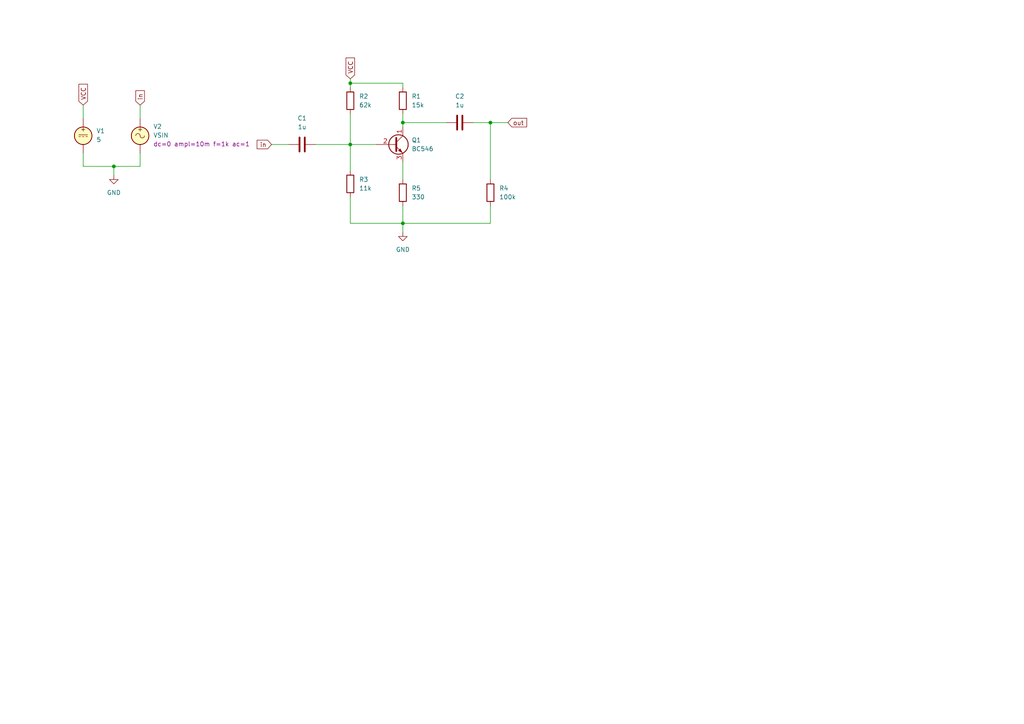
<source format=kicad_sch>
(kicad_sch (version 20231120) (generator "eeschema") (generator_version "8.0")
  (paper "A4")
  (lib_symbols
    (symbol "Device:C" (pin_numbers hide) (pin_names (offset 0.254))
      (property "Reference" "C" (at 0.635 2.54 0))
      (property "Value" "C" (at 0.635 -2.54 0))
      (symbol "C_0_1"
        (polyline (pts (xy -2.032 -0.762) (xy 2.032 -0.762)) (stroke (width 0.508)))
        (polyline (pts (xy -2.032 0.762) (xy 2.032 0.762)) (stroke (width 0.508)))
      )
      (symbol "C_1_1"
        (pin passive line (at 0 3.81 270) (length 2.794) (name "~") (number "1"))
        (pin passive line (at 0 -3.81 90) (length 2.794) (name "~") (number "2"))
      )
    )
    (symbol "Device:R" (pin_numbers hide) (pin_names (offset 0))
      (property "Reference" "R" (at 2.032 0 90))
      (property "Value" "R" (at 0 0 90))
      (symbol "R_0_1"
        (rectangle (start -1.016 -2.54) (end 1.016 2.54) (stroke (width 0.254)))
      )
      (symbol "R_1_1"
        (pin passive line (at 0 3.81 270) (length 1.27) (name "~") (number "1"))
        (pin passive line (at 0 -3.81 90) (length 1.27) (name "~") (number "2"))
      )
    )
    (symbol "Simulation_SPICE:VDC" (pin_numbers hide) (pin_names (offset 0.0254))
      (property "Reference" "V" (at 2.54 2.54 0))
      (property "Value" "1" (at 2.54 0 0))
      (symbol "VDC_0_0"
        (polyline (pts (xy -1.27 0.254) (xy 1.27 0.254)))
        (polyline (pts (xy -0.762 -0.254) (xy -1.27 -0.254)))
        (polyline (pts (xy 0.254 -0.254) (xy -0.254 -0.254)))
        (polyline (pts (xy 1.27 -0.254) (xy 0.762 -0.254)))
        (text "+" (at 0 1.905 0) (effects (font (size 1.27 1.27))))
      )
      (symbol "VDC_0_1"
        (circle (center 0 0) (radius 2.54) (stroke (width 0.254)) (fill (type background)))
      )
      (symbol "VDC_1_1"
        (pin passive line (at 0 5.08 270) (length 2.54) (name "~") (number "1"))
        (pin passive line (at 0 -5.08 90) (length 2.54) (name "~") (number "2"))
      )
    )
    (symbol "Simulation_SPICE:VSIN" (pin_numbers hide) (pin_names (offset 0.0254))
      (property "Reference" "V" (at 2.54 2.54 0))
      (property "Value" "VSIN" (at 2.54 0 0))
      (property "Sim.Params" "dc=0 ampl=1 f=1k ac=1" (at 2.54 -2.54 0))
      (symbol "VSIN_0_0"
        (arc (start 0 0) (mid -0.635 0.6323) (end -1.27 0))
        (arc (start 0 0) (mid 0.635 -0.6323) (end 1.27 0))
        (text "+" (at 0 1.905 0) (effects (font (size 1.27 1.27))))
      )
      (symbol "VSIN_0_1"
        (circle (center 0 0) (radius 2.54) (stroke (width 0.254)) (fill (type background)))
      )
      (symbol "VSIN_1_1"
        (pin passive line (at 0 5.08 270) (length 2.54) (name "~") (number "1"))
        (pin passive line (at 0 -5.08 90) (length 2.54) (name "~") (number "2"))
      )
    )
    (symbol "Transistor_BJT:BC546" (pin_names (offset 0) hide)
      (property "Reference" "Q" (at 5.08 1.905 0))
      (property "Value" "BC546" (at 5.08 0 0))
      (symbol "BC546_0_1"
        (polyline (pts (xy 0 0) (xy 0.635 0)))
        (polyline (pts (xy 0.635 0.635) (xy 2.54 2.54)))
        (polyline (pts (xy 0.635 -0.635) (xy 2.54 -2.54) (xy 2.54 -2.54)))
        (polyline (pts (xy 0.635 1.905) (xy 0.635 -1.905) (xy 0.635 -1.905)) (stroke (width 0.508)))
        (polyline (pts (xy 1.27 -1.778) (xy 1.778 -1.27) (xy 2.286 -2.286) (xy 1.27 -1.778) (xy 1.27 -1.778)) (fill (type outline)))
        (circle (center 1.27 0) (radius 2.8194) (stroke (width 0.254)))
      )
      (symbol "BC546_1_1"
        (pin passive line (at 2.54 5.08 270) (length 2.54) (name "C") (number "1"))
        (pin input line (at -5.08 0 0) (length 5.08) (name "B") (number "2"))
        (pin passive line (at 2.54 -5.08 90) (length 2.54) (name "E") (number "3"))
      )
    )
    (symbol "power:GND" (power) (pin_names (offset 0))
      (property "Value" "GND" (at 0 -3.81 0))
      (symbol "GND_0_1"
        (polyline (pts (xy 0 0) (xy 0 -1.27) (xy 1.27 -1.27) (xy 0 -2.54) (xy -1.27 -1.27) (xy 0 -1.27)))
      )
      (symbol "GND_1_1"
        (pin power_in line (at 0 0 270) (length 0) hide (name "GND") (number "1"))
      )
    )
  )
  (junction (at 116.84 64.77))
  (junction (at 101.6 24.13))
  (junction (at 142.24 35.56))
  (junction (at 33.02 48.26))
  (junction (at 101.6 41.91))
  (junction (at 116.84 35.56))
  (wire (pts (xy 101.6 41.91) (xy 109.22 41.91)))
  (wire (pts (xy 116.84 24.13) (xy 116.84 25.4)))
  (wire (pts (xy 24.13 48.26) (xy 33.02 48.26)))
  (wire (pts (xy 33.02 48.26) (xy 33.02 50.8)))
  (wire (pts (xy 91.44 41.91) (xy 101.6 41.91)))
  (wire (pts (xy 24.13 30.48) (xy 24.13 34.29)))
  (wire (pts (xy 142.24 35.56) (xy 147.32 35.56)))
  (wire (pts (xy 116.84 67.31) (xy 116.84 64.77)))
  (wire (pts (xy 40.64 48.26) (xy 40.64 44.45)))
  (wire (pts (xy 101.6 57.15) (xy 101.6 64.77)))
  (wire (pts (xy 116.84 35.56) (xy 129.54 35.56)))
  (wire (pts (xy 137.16 35.56) (xy 142.24 35.56)))
  (wire (pts (xy 101.6 24.13) (xy 116.84 24.13)))
  (wire (pts (xy 78.74 41.91) (xy 83.82 41.91)))
  (wire (pts (xy 24.13 44.45) (xy 24.13 48.26)))
  (wire (pts (xy 116.84 59.69) (xy 116.84 64.77)))
  (wire (pts (xy 116.84 33.02) (xy 116.84 35.56)))
  (wire (pts (xy 101.6 64.77) (xy 116.84 64.77)))
  (wire (pts (xy 116.84 35.56) (xy 116.84 36.83)))
  (wire (pts (xy 101.6 33.02) (xy 101.6 41.91)))
  (wire (pts (xy 33.02 48.26) (xy 40.64 48.26)))
  (wire (pts (xy 101.6 24.13) (xy 101.6 25.4)))
  (wire (pts (xy 40.64 30.48) (xy 40.64 34.29)))
  (wire (pts (xy 101.6 41.91) (xy 101.6 49.53)))
  (wire (pts (xy 142.24 64.77) (xy 142.24 59.69)))
  (wire (pts (xy 116.84 64.77) (xy 142.24 64.77)))
  (wire (pts (xy 116.84 46.99) (xy 116.84 52.07)))
  (wire (pts (xy 101.6 22.86) (xy 101.6 24.13)))
  (wire (pts (xy 142.24 35.56) (xy 142.24 52.07)))
  (global_label "VCC" (shape input) (at 24.13 30.48 90) (property "Intersheetrefs" "${INTERSHEET_REFS}" (effects (hide yes))))
  (global_label "out" (shape input) (at 147.32 35.56 0) (property "Intersheetrefs" "${INTERSHEET_REFS}" (effects (hide yes))))
  (global_label "VCC" (shape input) (at 101.6 22.86 90) (property "Intersheetrefs" "${INTERSHEET_REFS}" (effects (hide yes))))
  (global_label "in" (shape input) (at 40.64 30.48 90) (property "Intersheetrefs" "${INTERSHEET_REFS}" (effects (hide yes))))
  (global_label "in" (shape input) (at 78.74 41.91 180) (property "Intersheetrefs" "${INTERSHEET_REFS}" (effects (hide yes))))
  (symbol (lib_id "Device:C") (at 133.35 35.56 90) (unit 1)
    (property "Reference" "C2" (at 133.35 27.94 90))
    (property "Value" "1u" (at 133.35 30.48 90))
    (property "Description" "Unpolarized capacitor" (effects (hide yes)))
  )
  (symbol (lib_id "Transistor_BJT:BC546") (at 114.3 41.91 0) (unit 1)
    (property "Reference" "Q1" (at 119.38 40.6399 0) (effects (justify left)))
    (property "Value" "BC546" (at 119.38 43.1799 0) (effects (justify left)))
    (property "Footprint" "Package_TO_SOT_THT:TO-92_Inline" (effects (hide yes)))
    (property "Datasheet" "https://www.onsemi.com/pub/Collateral/BC550-D.pdf" (effects (hide yes)))
    (property "Description" "0.1A Ic, 65V Vce, Small Signal NPN Transistor, TO-92" (effects (hide yes)))
    (property "Sim.Library" "BC546.lib" (effects (hide yes)))
    (property "Sim.Name" "BC546B" (effects (hide yes)))
    (property "Sim.Device" "NPN" (effects (hide yes)))
    (property "Sim.Type" "GUMMELPOON" (effects (hide yes)))
    (property "Sim.Pins" "1=C 2=B 3=E" (effects (hide yes)))
  )
  (symbol (lib_id "Device:R") (at 116.84 29.21 0) (unit 1)
    (property "Reference" "R1" (at 119.38 27.9399 0) (effects (justify left)))
    (property "Value" "15k" (at 119.38 30.4799 0) (effects (justify left)))
    (property "Description" "Resistor" (effects (hide yes)))
  )
  (symbol (lib_id "Device:R") (at 101.6 53.34 0) (unit 1)
    (property "Reference" "R3" (at 104.14 52.0699 0) (effects (justify left)))
    (property "Value" "11k" (at 104.14 54.6099 0) (effects (justify left)))
    (property "Description" "Resistor" (effects (hide yes)))
  )
  (symbol (lib_id "Simulation_SPICE:VDC") (at 24.13 39.37 0) (unit 1)
    (property "Reference" "V1" (at 27.94 37.9701 0) (effects (justify left)))
    (property "Value" "5" (at 27.94 40.5101 0) (effects (justify left)))
    (property "Datasheet" "https://ngspice.sourceforge.io/docs/ngspice-html-manual/manual.xhtml#sec_Independent_Sources_for" (effects (hide yes)))
    (property "Description" "Voltage source, DC" (effects (hide yes)))
    (property "Sim.Pins" "1=+ 2=-" (effects (hide yes)))
    (property "Sim.Type" "DC" (effects (hide yes)))
    (property "Sim.Device" "V" (effects (hide yes)))
  )
  (symbol (lib_id "power:GND") (at 33.02 50.8 0) (unit 1)
    (property "Reference" "#PWR01" (effects (hide yes)))
    (property "Value" "GND" (at 33.02 55.88 0))
    (property "Description" "Power symbol creates a global label with name \"GND\" , ground" (effects (hide yes)))
  )
  (symbol (lib_id "Device:R") (at 116.84 55.88 0) (unit 1)
    (property "Reference" "R5" (at 119.38 54.6099 0) (effects (justify left)))
    (property "Value" "330" (at 119.38 57.1499 0) (effects (justify left)))
    (property "Description" "Resistor" (effects (hide yes)))
  )
  (symbol (lib_id "Simulation_SPICE:VSIN") (at 40.64 39.37 0) (unit 1)
    (property "Reference" "V2" (at 44.45 36.7001 0) (effects (justify left)))
    (property "Value" "VSIN" (at 44.45 39.2401 0) (effects (justify left)))
    (property "Datasheet" "https://ngspice.sourceforge.io/docs/ngspice-html-manual/manual.xhtml#sec_Independent_Sources_for" (effects (hide yes)))
    (property "Description" "Voltage source, sinusoidal" (effects (hide yes)))
    (property "Sim.Pins" "1=+ 2=-" (effects (hide yes)))
    (property "Sim.Params" "dc=0 ampl=10m f=1k ac=1" (at 44.45 41.7801 0) (effects (justify left)))
    (property "Sim.Type" "SIN" (effects (hide yes)))
    (property "Sim.Device" "V" (effects (hide yes)))
  )
  (symbol (lib_id "Device:R") (at 101.6 29.21 0) (unit 1)
    (property "Reference" "R2" (at 104.14 27.9399 0) (effects (justify left)))
    (property "Value" "62k" (at 104.14 30.4799 0) (effects (justify left)))
    (property "Description" "Resistor" (effects (hide yes)))
  )
  (symbol (lib_id "Device:C") (at 87.63 41.91 90) (unit 1)
    (property "Reference" "C1" (at 87.63 34.29 90))
    (property "Value" "1u" (at 87.63 36.83 90))
    (property "Description" "Unpolarized capacitor" (effects (hide yes)))
  )
  (symbol (lib_id "Device:R") (at 142.24 55.88 0) (unit 1)
    (property "Reference" "R4" (at 144.78 54.6099 0) (effects (justify left)))
    (property "Value" "100k" (at 144.78 57.1499 0) (effects (justify left)))
    (property "Description" "Resistor" (effects (hide yes)))
  )
  (symbol (lib_id "power:GND") (at 116.84 67.31 0) (unit 1)
    (property "Reference" "#PWR02" (effects (hide yes)))
    (property "Value" "GND" (at 116.84 72.39 0))
    (property "Description" "Power symbol creates a global label with name \"GND\" , ground" (effects (hide yes)))
  )
)
</source>
